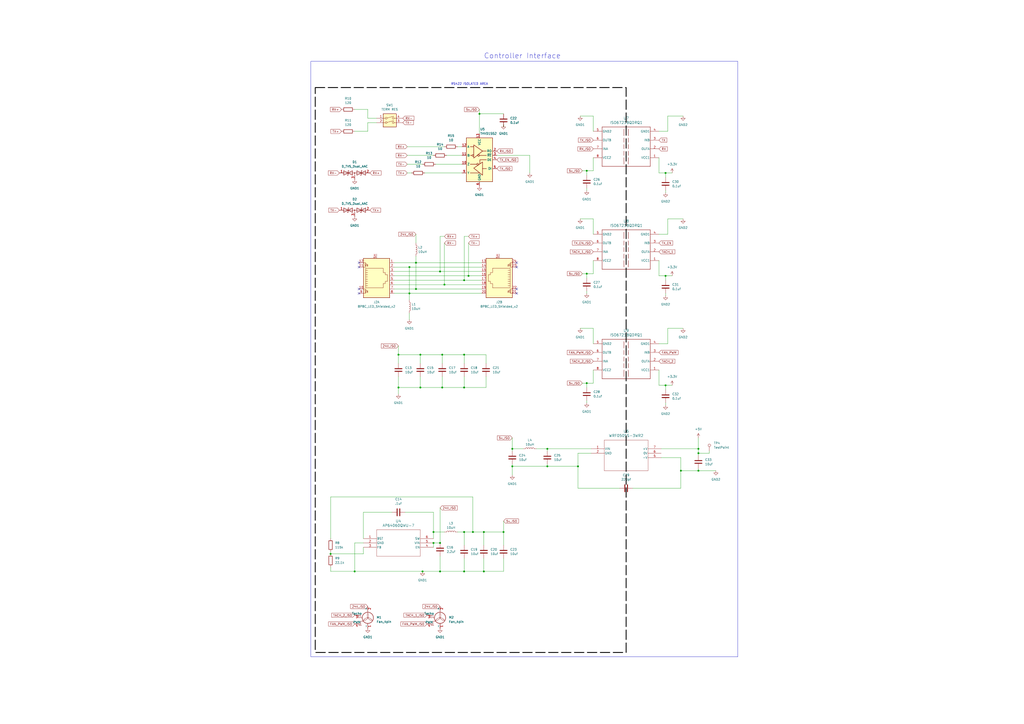
<source format=kicad_sch>
(kicad_sch (version 20231120) (generator "eeschema") (generator_version "8.0")
  (paper "A2")
  (lib_symbols
    (symbol "2023-05-31_00-34-52:ISO6721BQDRQ1" (pin_names (offset 0.254))
      (property "Reference" "U" (at 0 2.54 0))
      (property "Value" "ISO6721BQDRQ1" (at 0 0 0))
      (symbol "ISO6721BQDRQ1_0_1"
        (polyline (pts (xy 5.08 -17.78) (xy 33.02 -17.78)) (stroke (width 0.2032)))
        (polyline (pts (xy 5.08 5.08) (xy 5.08 -17.78)) (stroke (width 0.2032)))
        (polyline (pts (xy 17.78 -12.7) (xy 17.78 -16.51)) (stroke (width 0.2032)))
        (polyline (pts (xy 17.78 -8.89) (xy 17.78 -11.43)) (stroke (width 0.2032)))
        (polyline (pts (xy 17.78 -5.08) (xy 17.78 -7.62)) (stroke (width 0.2032)))
        (polyline (pts (xy 17.78 -1.27) (xy 17.78 -3.81)) (stroke (width 0.2032)))
        (polyline (pts (xy 17.78 3.81) (xy 17.78 0)) (stroke (width 0.2032)))
        (polyline (pts (xy 20.32 -12.7) (xy 20.32 -16.51)) (stroke (width 0.2032)))
        (polyline (pts (xy 20.32 -8.89) (xy 20.32 -11.43)) (stroke (width 0.2032)))
        (polyline (pts (xy 20.32 -5.08) (xy 20.32 -7.62)) (stroke (width 0.2032)))
        (polyline (pts (xy 20.32 -3.81) (xy 20.32 -1.27)) (stroke (width 0.2032)))
        (polyline (pts (xy 20.32 3.81) (xy 20.32 0)) (stroke (width 0.2032)))
        (polyline (pts (xy 33.02 -17.78) (xy 33.02 5.08)) (stroke (width 0.2032)))
        (polyline (pts (xy 33.02 5.08) (xy 5.08 5.08)) (stroke (width 0.2032)))
        (pin power_in line (at 0 0 0) (length 5.08) (name "VCC1") (number "1"))
        (pin output line (at 0 -5.08 0) (length 5.08) (name "OUTA") (number "2"))
        (pin input line (at 0 -10.16 0) (length 5.08) (name "INB") (number "3"))
        (pin power_in line (at 0 -15.24 0) (length 5.08) (name "GND1") (number "4"))
        (pin power_in line (at 38.1 -15.24 180) (length 5.08) (name "GND2") (number "5"))
        (pin output line (at 38.1 -10.16 180) (length 5.08) (name "OUTB") (number "6"))
        (pin input line (at 38.1 -5.08 180) (length 5.08) (name "INA") (number "7"))
        (pin power_in line (at 38.1 0 180) (length 5.08) (name "VCC2") (number "8"))
      )
    )
    (symbol "2023-05-31_19-45-09:AP64060QWU-7" (pin_names (offset 0.254))
      (property "Reference" "U" (at 20.32 10.16 0))
      (property "Value" "AP64060QWU-7" (at 20.32 7.62 0))
      (symbol "AP64060QWU-7_0_1"
        (polyline (pts (xy 7.62 -10.16) (xy 33.02 -10.16)) (stroke (width 0.127)))
        (polyline (pts (xy 7.62 5.08) (xy 7.62 -10.16)) (stroke (width 0.127)))
        (polyline (pts (xy 33.02 -10.16) (xy 33.02 5.08)) (stroke (width 0.127)))
        (polyline (pts (xy 33.02 5.08) (xy 7.62 5.08)) (stroke (width 0.127)))
        (pin unspecified line (at 0 0 0) (length 7.62) (name "BST") (number "1"))
        (pin power_out line (at 0 -2.54 0) (length 7.62) (name "GND") (number "2"))
        (pin unspecified line (at 0 -5.08 0) (length 7.62) (name "FB") (number "3"))
        (pin unspecified line (at 40.64 -5.08 180) (length 7.62) (name "EN") (number "4"))
        (pin unspecified line (at 40.64 -2.54 180) (length 7.62) (name "VIN") (number "5"))
        (pin unspecified line (at 40.64 0 180) (length 7.62) (name "SW") (number "6"))
      )
    )
    (symbol "Connector:8P8C_LED_Shielded_x2"
      (property "Reference" "J" (at -5.08 13.97 0))
      (property "Value" "8P8C_LED_Shielded_x2" (at 1.27 13.97 0))
      (symbol "8P8C_LED_Shielded_x2_0_1"
        (polyline (pts (xy -7.62 -7.62) (xy -6.35 -7.62)))
        (polyline (pts (xy -7.62 -5.08) (xy -6.35 -5.08)))
        (polyline (pts (xy -7.62 7.62) (xy -6.35 7.62)))
        (polyline (pts (xy -7.62 10.16) (xy -6.35 10.16)))
        (polyline (pts (xy -6.858 -5.842) (xy -5.842 -5.842)))
        (polyline (pts (xy -6.858 9.398) (xy -5.842 9.398)))
        (polyline (pts (xy -6.35 -7.62) (xy -6.35 -6.858)))
        (polyline (pts (xy -6.35 -5.08) (xy -6.35 -5.842)))
        (polyline (pts (xy -6.35 7.62) (xy -6.35 8.382)))
        (polyline (pts (xy -6.35 10.16) (xy -6.35 9.398)))
        (polyline (pts (xy -5.08 -6.223) (xy -5.207 -6.604)))
        (polyline (pts (xy -5.08 -5.588) (xy -5.207 -5.969)))
        (polyline (pts (xy -5.08 4.445) (xy -6.35 4.445)))
        (polyline (pts (xy -5.08 5.715) (xy -6.35 5.715)))
        (polyline (pts (xy -5.08 9.017) (xy -5.207 8.636)))
        (polyline (pts (xy -5.08 9.652) (xy -5.207 9.271)))
        (polyline (pts (xy -6.35 -3.175) (xy -5.08 -3.175) (xy -5.08 -3.175)))
        (polyline (pts (xy -6.35 -1.905) (xy -5.08 -1.905) (xy -5.08 -1.905)))
        (polyline (pts (xy -6.35 -0.635) (xy -5.08 -0.635) (xy -5.08 -0.635)))
        (polyline (pts (xy -6.35 0.635) (xy -5.08 0.635) (xy -5.08 0.635)))
        (polyline (pts (xy -6.35 1.905) (xy -5.08 1.905) (xy -5.08 1.905)))
        (polyline (pts (xy -5.588 -6.731) (xy -5.08 -6.223) (xy -5.461 -6.35)))
        (polyline (pts (xy -5.588 -6.096) (xy -5.08 -5.588) (xy -5.461 -5.715)))
        (polyline (pts (xy -5.588 8.509) (xy -5.08 9.017) (xy -5.461 8.89)))
        (polyline (pts (xy -5.588 9.144) (xy -5.08 9.652) (xy -5.461 9.525)))
        (polyline (pts (xy -5.08 3.175) (xy -6.35 3.175) (xy -6.35 3.175)))
        (polyline (pts (xy -6.35 -5.842) (xy -6.858 -6.858) (xy -5.842 -6.858) (xy -6.35 -5.842)))
        (polyline (pts (xy -6.35 9.398) (xy -6.858 8.382) (xy -5.842 8.382) (xy -6.35 9.398)))
        (polyline (pts (xy -6.35 -4.445) (xy -6.35 6.985) (xy 3.81 6.985) (xy 3.81 4.445) (xy 5.08 4.445) (xy 5.08 3.175) (xy 6.35 3.175) (xy 6.35 -0.635) (xy 5.08 -0.635) (xy 5.08 -1.905) (xy 3.81 -1.905) (xy 3.81 -4.445) (xy -6.35 -4.445) (xy -6.35 -4.445)))
        (rectangle (start 7.62 12.7) (end -7.62 -10.16) (stroke (width 0.254)) (fill (type background)))
      )
      (symbol "8P8C_LED_Shielded_x2_1_1"
        (pin passive line (at 10.16 -7.62 180) (length 2.54) (name "~") (number "1"))
        (pin passive line (at -10.16 7.62 0) (length 2.54) (name "~") (number "10"))
        (pin passive line (at -10.16 -5.08 0) (length 2.54) (name "~") (number "11"))
        (pin passive line (at -10.16 -7.62 0) (length 2.54) (name "~") (number "12"))
        (pin passive line (at 10.16 -5.08 180) (length 2.54) (name "~") (number "2"))
        (pin passive line (at 10.16 -2.54 180) (length 2.54) (name "~") (number "3"))
        (pin passive line (at 10.16 0 180) (length 2.54) (name "~") (number "4"))
        (pin passive line (at 10.16 2.54 180) (length 2.54) (name "~") (number "5"))
        (pin passive line (at 10.16 5.08 180) (length 2.54) (name "~") (number "6"))
        (pin passive line (at 10.16 7.62 180) (length 2.54) (name "~") (number "7"))
        (pin passive line (at 10.16 10.16 180) (length 2.54) (name "~") (number "8"))
        (pin passive line (at -10.16 10.16 0) (length 2.54) (name "~") (number "9"))
        (pin passive line (at 0 -12.7 90) (length 2.54) (name "~") (number "SH"))
      )
      (symbol "8P8C_LED_Shielded_x2_2_1"
        (pin passive line (at 10.16 -7.62 180) (length 2.54) (name "~") (number "13"))
        (pin passive line (at 10.16 -5.08 180) (length 2.54) (name "~") (number "14"))
        (pin passive line (at 10.16 -2.54 180) (length 2.54) (name "~") (number "15"))
        (pin passive line (at 10.16 0 180) (length 2.54) (name "~") (number "16"))
        (pin passive line (at 10.16 2.54 180) (length 2.54) (name "~") (number "17"))
        (pin passive line (at 10.16 5.08 180) (length 2.54) (name "~") (number "18"))
        (pin passive line (at 10.16 7.62 180) (length 2.54) (name "~") (number "19"))
        (pin passive line (at 10.16 10.16 180) (length 2.54) (name "~") (number "20"))
        (pin passive line (at -10.16 10.16 0) (length 2.54) (name "~") (number "21"))
        (pin passive line (at -10.16 7.62 0) (length 2.54) (name "~") (number "22"))
        (pin passive line (at -10.16 -5.08 0) (length 2.54) (name "~") (number "23"))
        (pin passive line (at -10.16 -7.62 0) (length 2.54) (name "~") (number "24"))
        (pin passive line (at 0 -12.7 90) (length 2.54) (name "~") (number "SH"))
      )
    )
    (symbol "Connector:TestPoint" (pin_numbers hide) (pin_names (offset 0.762) hide)
      (property "Reference" "TP" (at 0 6.858 0))
      (property "Value" "TestPoint" (at 0 5.08 0))
      (symbol "TestPoint_0_1"
        (circle (center 0 3.302) (radius 0.762))
      )
      (symbol "TestPoint_1_1"
        (pin passive line (at 0 0 90) (length 2.54) (name "1") (number "1"))
      )
    )
    (symbol "Device:C" (pin_numbers hide) (pin_names (offset 0.254))
      (property "Reference" "C" (at 0.635 2.54 0))
      (property "Value" "C" (at 0.635 -2.54 0))
      (symbol "C_0_1"
        (polyline (pts (xy -2.032 -0.762) (xy 2.032 -0.762)) (stroke (width 0.508)))
        (polyline (pts (xy -2.032 0.762) (xy 2.032 0.762)) (stroke (width 0.508)))
      )
      (symbol "C_1_1"
        (pin passive line (at 0 3.81 270) (length 2.794) (name "~") (number "1"))
        (pin passive line (at 0 -3.81 90) (length 2.794) (name "~") (number "2"))
      )
    )
    (symbol "Device:D_TVS_Dual_AAC" (pin_names (offset 1.016) hide)
      (property "Reference" "D" (at 0 4.445 0))
      (property "Value" "D_TVS_Dual_AAC" (at 0 2.54 0))
      (symbol "D_TVS_Dual_AAC_0_0"
        (polyline (pts (xy 0 -1.27) (xy 0 0)))
      )
      (symbol "D_TVS_Dual_AAC_0_1"
        (polyline (pts (xy -6.35 0) (xy 6.35 0)))
        (polyline (pts (xy -3.302 1.27) (xy -3.81 1.27) (xy -3.81 -1.27) (xy -4.318 -1.27)) (stroke (width 0.254)))
        (polyline (pts (xy 4.318 1.27) (xy 3.81 1.27) (xy 3.81 -1.27) (xy 3.302 -1.27)) (stroke (width 0.254)))
        (polyline (pts (xy -6.35 1.27) (xy -1.27 -1.27) (xy -1.27 1.27) (xy -6.35 -1.27) (xy -6.35 1.27)) (stroke (width 0.254)))
        (polyline (pts (xy 6.35 1.27) (xy 1.27 -1.27) (xy 1.27 1.27) (xy 6.35 -1.27) (xy 6.35 1.27)) (stroke (width 0.254)))
        (circle (center 0 0) (radius 0.254) (fill (type outline)))
      )
      (symbol "D_TVS_Dual_AAC_1_1"
        (pin passive line (at -8.89 0 0) (length 2.54) (name "A1") (number "1"))
        (pin passive line (at 8.89 0 180) (length 2.54) (name "A2") (number "2"))
        (pin input line (at 0 -3.81 90) (length 2.54) (name "common") (number "3"))
      )
    )
    (symbol "Device:L" (pin_numbers hide) (pin_names (offset 1.016) hide)
      (property "Reference" "L" (at -1.27 0 90))
      (property "Value" "L" (at 1.905 0 90))
      (symbol "L_0_1"
        (arc (start 0 -2.54) (mid 0.6323 -1.905) (end 0 -1.27))
        (arc (start 0 -1.27) (mid 0.6323 -0.635) (end 0 0))
        (arc (start 0 0) (mid 0.6323 0.635) (end 0 1.27))
        (arc (start 0 1.27) (mid 0.6323 1.905) (end 0 2.54))
      )
      (symbol "L_1_1"
        (pin passive line (at 0 3.81 270) (length 1.27) (name "1") (number "1"))
        (pin passive line (at 0 -3.81 90) (length 1.27) (name "2") (number "2"))
      )
    )
    (symbol "Device:R" (pin_numbers hide) (pin_names (offset 0))
      (property "Reference" "R" (at 2.032 0 90))
      (property "Value" "R" (at 0 0 90))
      (symbol "R_0_1"
        (rectangle (start -1.016 -2.54) (end 1.016 2.54) (stroke (width 0.254)))
      )
      (symbol "R_1_1"
        (pin passive line (at 0 3.81 270) (length 1.27) (name "~") (number "1"))
        (pin passive line (at 0 -3.81 90) (length 1.27) (name "~") (number "2"))
      )
    )
    (symbol "F0505S DC-DC:F0505S" (pin_names (offset 0.254))
      (property "Reference" "U7" (at 20.32 10.16 0))
      (property "Value" "WRF0505S-3WR2" (at 20.32 7.62 0))
      (symbol "F0505S_0_1"
        (polyline (pts (xy 7.62 -12.7) (xy 33.02 -12.7)) (stroke (width 0.127)))
        (polyline (pts (xy 7.62 5.08) (xy 7.62 -12.7)) (stroke (width 0.127)))
        (polyline (pts (xy 33.02 -12.7) (xy 33.02 5.08)) (stroke (width 0.127)))
        (polyline (pts (xy 33.02 5.08) (xy 7.62 5.08)) (stroke (width 0.127)))
      )
      (symbol "F0505S_1_1"
        (pin power_in line (at 0 0 0) (length 7.62) (name "VIN") (number "1"))
        (pin power_in line (at 0 -2.54 0) (length 7.62) (name "GND") (number "2"))
        (pin power_out line (at 40.64 -5.08 180) (length 7.62) (name "-V") (number "5"))
        (pin power_out line (at 40.64 -2.54 180) (length 7.62) (name "0V") (number "6"))
        (pin power_out line (at 40.64 0 180) (length 7.62) (name "+V") (number "7"))
      )
    )
    (symbol "Interface_UART:ADM1491EBR"
      (property "Reference" "U" (at -7.62 16.51 0))
      (property "Value" "ADM1491EBR" (at -11.43 -13.97 0))
      (symbol "ADM1491EBR_0_1"
        (rectangle (start -7.62 12.7) (end 7.62 -12.7) (stroke (width 0.254)) (fill (type background)))
        (polyline (pts (xy -4.064 2.54) (xy 0 2.54)) (stroke (width 0.254)))
        (polyline (pts (xy -1.778 -5.08) (xy -4.064 -5.08)) (stroke (width 0.254)))
        (polyline (pts (xy -1.778 5.08) (xy -4.064 5.08)) (stroke (width 0.254)))
        (polyline (pts (xy 0 -7.62) (xy 5.334 -7.62)) (stroke (width 0.254)))
        (polyline (pts (xy 1.524 -2.54) (xy 5.334 -2.54)) (stroke (width 0.254)))
        (polyline (pts (xy 3.302 7.62) (xy 5.334 7.62)) (stroke (width 0.254)))
        (polyline (pts (xy 4.318 2.54) (xy 5.334 2.54)) (stroke (width 0.254)))
        (polyline (pts (xy -4.064 0) (xy -0.254 0) (xy -0.254 -2.286)) (stroke (width 0.254)))
        (polyline (pts (xy -1.778 -5.08) (xy -1.778 -1.27) (xy 3.302 -4.826) (xy -1.778 -8.89) (xy -1.778 -5.08)) (stroke (width 0.254)))
        (circle (center 1.016 -2.54) (radius 0.508) (stroke (width 0.254)))
      )
      (symbol "ADM1491EBR_1_1"
        (polyline (pts (xy 3.302 4.826) (xy 3.302 8.636) (xy -1.778 5.08) (xy 3.302 1.016) (xy 3.302 4.826)) (stroke (width 0.254)))
        (circle (center 0.508 2.54) (radius 0.508) (stroke (width 0.254)))
        (circle (center 3.81 2.54) (radius 0.508) (stroke (width 0.254)))
        (pin no_connect line (at -7.62 -10.16 0) (length 2.54) hide (name "NC") (number "1"))
        (pin output line (at 10.16 -2.54 180) (length 2.54) (name "Z") (number "10"))
        (pin input line (at 10.16 2.54 180) (length 2.54) (name "B") (number "11"))
        (pin input line (at 10.16 7.62 180) (length 2.54) (name "A") (number "12"))
        (pin power_in line (at 0 15.24 270) (length 2.54) (name "VCC") (number "13"))
        (pin passive line (at 0 15.24 270) (length 2.54) hide (name "VCC") (number "14"))
        (pin output line (at -10.16 5.08 0) (length 2.54) (name "RO") (number "2"))
        (pin input line (at -10.16 2.54 0) (length 2.54) (name "~{RE}") (number "3"))
        (pin input line (at -10.16 0 0) (length 2.54) (name "DE") (number "4"))
        (pin input line (at -10.16 -5.08 0) (length 2.54) (name "DI") (number "5"))
        (pin power_in line (at 0 -15.24 90) (length 2.54) (name "GND") (number "6"))
        (pin passive line (at 0 -15.24 90) (length 2.54) hide (name "GND") (number "7"))
        (pin no_connect line (at -7.62 -7.62 0) (length 2.54) hide (name "NC") (number "8"))
        (pin output line (at 10.16 -7.62 180) (length 2.54) (name "Y") (number "9"))
      )
    )
    (symbol "Motor:Fan_4pin" (pin_names (offset 0))
      (property "Reference" "M" (at 2.54 5.08 0))
      (property "Value" "Fan_4pin" (at 2.54 -2.54 0))
      (symbol "Fan_4pin_0_0"
        (arc (start -5.588 1.524) (mid -5.08 1.0182) (end -4.572 1.524))
        (arc (start -5.08 2.032) (mid -5.4392 1.8832) (end -5.588 1.524))
        (polyline (pts (xy -5.08 2.032) (xy -5.334 2.159)))
        (polyline (pts (xy -5.08 2.032) (xy -5.207 1.778)))
        (polyline (pts (xy -4.064 2.54) (xy -4.064 1.016) (xy -3.302 1.016)))
      )
      (symbol "Fan_4pin_0_1"
        (arc (start -2.54 -0.508) (mid 0.0028 0.9121) (end 0 3.81))
        (polyline (pts (xy -4.064 2.54) (xy -5.08 2.54)))
        (polyline (pts (xy 0 -5.08) (xy 0 -4.572)))
        (polyline (pts (xy 0 -2.2352) (xy 0 -2.6416)))
        (polyline (pts (xy 0 4.2672) (xy 0 4.6228)))
        (polyline (pts (xy 0 4.572) (xy 0 5.08)))
        (polyline (pts (xy -2.54 -1.016) (xy -4.064 -1.016) (xy -4.064 -2.54) (xy -5.08 -2.54)))
        (polyline (pts (xy -5.334 -3.302) (xy -5.08 -3.302) (xy -5.08 -3.048) (xy -4.826 -3.048) (xy -4.826 -3.302) (xy -4.318 -3.302) (xy -4.318 -3.048) (xy -4.064 -3.048) (xy -4.064 -3.302) (xy -3.556 -3.302)))
        (circle (center 0 1.016) (radius 3.2512) (stroke (width 0.254)))
        (arc (start 0 3.81) (mid 0.053 0.921) (end 2.54 -0.508))
        (arc (start 2.54 -0.508) (mid 0 1.0618) (end -2.54 -0.508))
      )
      (symbol "Fan_4pin_1_1"
        (pin passive line (at 0 -5.08 90) (length 2.54) (name "-") (number "1"))
        (pin passive line (at 0 7.62 270) (length 2.54) (name "+") (number "2"))
        (pin passive line (at -7.62 2.54 0) (length 2.54) (name "Tacho") (number "3"))
        (pin input line (at -7.62 -2.54 0) (length 2.54) (name "PWM") (number "4"))
      )
    )
    (symbol "Switch:SW_DIP_x02" (pin_names (offset 0) hide)
      (property "Reference" "SW" (at 0 6.35 0))
      (property "Value" "SW_DIP_x02" (at 0 -3.81 0))
      (symbol "SW_DIP_x02_0_0"
        (circle (center -2.032 0) (radius 0.508))
        (circle (center -2.032 2.54) (radius 0.508))
        (polyline (pts (xy -1.524 0.127) (xy 2.3622 1.1684)))
        (polyline (pts (xy -1.524 2.667) (xy 2.3622 3.7084)))
        (circle (center 2.032 0) (radius 0.508))
        (circle (center 2.032 2.54) (radius 0.508))
      )
      (symbol "SW_DIP_x02_0_1"
        (rectangle (start -3.81 5.08) (end 3.81 -2.54) (stroke (width 0.254)) (fill (type background)))
      )
      (symbol "SW_DIP_x02_1_1"
        (pin passive line (at -7.62 2.54 0) (length 5.08) (name "~") (number "1"))
        (pin passive line (at -7.62 0 0) (length 5.08) (name "~") (number "2"))
        (pin passive line (at 7.62 0 180) (length 5.08) (name "~") (number "3"))
        (pin passive line (at 7.62 2.54 180) (length 5.08) (name "~") (number "4"))
      )
    )
    (symbol "power:+3.3V" (power) (pin_names (offset 0))
      (property "Value" "+3.3V" (at 0 3.556 0))
      (symbol "+3.3V_0_1"
        (polyline (pts (xy -0.762 1.27) (xy 0 2.54)))
        (polyline (pts (xy 0 0) (xy 0 2.54)))
        (polyline (pts (xy 0 2.54) (xy 0.762 1.27)))
      )
      (symbol "+3.3V_1_1"
        (pin power_in line (at 0 0 90) (length 0) hide (name "+3.3V") (number "1"))
      )
    )
    (symbol "power:+5V" (power) (pin_names (offset 0))
      (property "Value" "+5V" (at 0 3.556 0))
      (symbol "+5V_0_1"
        (polyline (pts (xy -0.762 1.27) (xy 0 2.54)))
        (polyline (pts (xy 0 0) (xy 0 2.54)))
        (polyline (pts (xy 0 2.54) (xy 0.762 1.27)))
      )
      (symbol "+5V_1_1"
        (pin power_in line (at 0 0 90) (length 0) hide (name "+5V") (number "1"))
      )
    )
    (symbol "power:GND1" (power) (pin_names (offset 0))
      (property "Value" "GND1" (at 0 -3.81 0))
      (symbol "GND1_0_1"
        (polyline (pts (xy 0 0) (xy 0 -1.27) (xy 1.27 -1.27) (xy 0 -2.54) (xy -1.27 -1.27) (xy 0 -1.27)))
      )
      (symbol "GND1_1_1"
        (pin power_in line (at 0 0 270) (length 0) hide (name "GND1") (number "1"))
      )
    )
    (symbol "power:GND2" (power) (pin_names (offset 0))
      (property "Value" "GND2" (at 0 -3.81 0))
      (symbol "GND2_0_1"
        (polyline (pts (xy 0 0) (xy 0 -1.27) (xy 1.27 -1.27) (xy 0 -2.54) (xy -1.27 -1.27) (xy 0 -1.27)))
      )
      (symbol "GND2_1_1"
        (pin power_in line (at 0 0 270) (length 0) hide (name "GND2") (number "1"))
      )
    )
  )
  (junction (at 231.14 224.79))
  (junction (at 335.28 270.51))
  (junction (at 256.54 205.74))
  (junction (at 269.24 308.61))
  (junction (at 386.08 160.02))
  (junction (at 405.13 273.05))
  (junction (at 257.81 165.1))
  (junction (at 255.27 314.96))
  (junction (at 405.13 262.89))
  (junction (at 237.49 170.18))
  (junction (at 241.3 167.64))
  (junction (at 405.13 260.35))
  (junction (at 297.18 270.51))
  (junction (at 271.78 160.02))
  (junction (at 317.5 270.51))
  (junction (at 251.46 308.61))
  (junction (at 269.24 162.56))
  (junction (at 255.27 331.47))
  (junction (at 292.1 308.61))
  (junction (at 269.24 224.79))
  (junction (at 274.32 308.61))
  (junction (at 280.67 331.47))
  (junction (at 340.36 222.25))
  (junction (at 386.08 100.33))
  (junction (at 256.54 224.79))
  (junction (at 231.14 205.74))
  (junction (at 394.97 273.05))
  (junction (at 269.24 205.74))
  (junction (at 317.5 260.35))
  (junction (at 340.36 99.06))
  (junction (at 251.46 314.96))
  (junction (at 241.3 152.4))
  (junction (at 386.08 223.52))
  (junction (at 245.11 331.47))
  (junction (at 243.84 205.74))
  (junction (at 340.36 158.75))
  (junction (at 255.27 157.48))
  (junction (at 269.24 331.47))
  (junction (at 237.49 154.94))
  (junction (at 280.67 308.61))
  (junction (at 191.77 321.31))
  (junction (at 297.18 260.35))
  (junction (at 278.13 66.04))
  (junction (at 243.84 224.79))
  (junction (at 205.74 331.47))
  (no_connect (at 208.28 152.4))
  (no_connect (at 299.72 152.4))
  (no_connect (at 299.72 167.64))
  (no_connect (at 208.28 170.18))
  (no_connect (at 299.72 154.94))
  (no_connect (at 299.72 170.18))
  (no_connect (at 208.28 154.94))
  (no_connect (at 208.28 167.64))
  (wire (pts (xy 386.08 110.49) (xy 386.08 111.76)))
  (wire (pts (xy 394.97 283.21) (xy 394.97 273.05)))
  (wire (pts (xy 274.32 288.29) (xy 274.32 308.61)))
  (wire (pts (xy 389.89 100.33) (xy 386.08 100.33)))
  (wire (pts (xy 280.67 308.61) (xy 280.67 316.23)))
  (wire (pts (xy 387.35 76.2) (xy 387.35 67.31)))
  (wire (pts (xy 317.5 260.35) (xy 342.9 260.35)))
  (wire (pts (xy 237.49 170.18) (xy 237.49 173.99)))
  (wire (pts (xy 267.97 85.09) (xy 265.43 85.09)))
  (wire (pts (xy 231.14 218.44) (xy 231.14 224.79)))
  (wire (pts (xy 386.08 233.68) (xy 386.08 234.95)))
  (wire (pts (xy 241.3 148.59) (xy 241.3 152.4)))
  (wire (pts (xy 267.97 95.25) (xy 252.73 95.25)))
  (wire (pts (xy 292.1 72.39) (xy 292.1 73.66)))
  (wire (pts (xy 205.74 63.5) (xy 213.36 63.5)))
  (wire (pts (xy 383.54 260.35) (xy 405.13 260.35)))
  (wire (pts (xy 251.46 297.18) (xy 234.95 297.18)))
  (wire (pts (xy 297.18 270.51) (xy 317.5 270.51)))
  (wire (pts (xy 382.27 223.52) (xy 382.27 214.63)))
  (wire (pts (xy 344.17 222.25) (xy 340.36 222.25)))
  (wire (pts (xy 405.13 262.89) (xy 405.13 264.16)))
  (wire (pts (xy 231.14 228.6) (xy 231.14 224.79)))
  (wire (pts (xy 344.17 127) (xy 344.17 135.89)))
  (wire (pts (xy 255.27 322.58) (xy 255.27 331.47)))
  (wire (pts (xy 292.1 302.26) (xy 292.1 308.61)))
  (wire (pts (xy 344.17 99.06) (xy 340.36 99.06)))
  (wire (pts (xy 228.6 157.48) (xy 255.27 157.48)))
  (wire (pts (xy 386.08 160.02) (xy 382.27 160.02)))
  (wire (pts (xy 243.84 218.44) (xy 243.84 224.79)))
  (wire (pts (xy 340.36 168.91) (xy 340.36 170.18)))
  (wire (pts (xy 411.48 262.89) (xy 405.13 262.89)))
  (wire (pts (xy 297.18 260.35) (xy 303.53 260.35)))
  (wire (pts (xy 228.6 154.94) (xy 237.49 154.94)))
  (wire (pts (xy 231.14 210.82) (xy 231.14 205.74)))
  (wire (pts (xy 205.74 314.96) (xy 205.74 331.47)))
  (wire (pts (xy 243.84 205.74) (xy 243.84 210.82)))
  (wire (pts (xy 307.34 100.33) (xy 307.34 90.17)))
  (wire (pts (xy 387.35 190.5) (xy 396.24 190.5)))
  (wire (pts (xy 191.77 331.47) (xy 205.74 331.47)))
  (wire (pts (xy 386.08 100.33) (xy 386.08 102.87)))
  (wire (pts (xy 236.22 95.25) (xy 245.11 95.25)))
  (wire (pts (xy 205.74 76.2) (xy 213.36 76.2)))
  (wire (pts (xy 191.77 312.42) (xy 191.77 288.29)))
  (wire (pts (xy 269.24 224.79) (xy 256.54 224.79)))
  (wire (pts (xy 213.36 71.12) (xy 218.44 71.12)))
  (wire (pts (xy 382.27 76.2) (xy 387.35 76.2)))
  (wire (pts (xy 256.54 205.74) (xy 256.54 210.82)))
  (wire (pts (xy 271.78 140.97) (xy 271.78 160.02)))
  (wire (pts (xy 411.48 261.62) (xy 411.48 262.89)))
  (wire (pts (xy 335.28 262.89) (xy 335.28 270.51)))
  (wire (pts (xy 269.24 308.61) (xy 269.24 316.23)))
  (wire (pts (xy 359.41 283.21) (xy 335.28 283.21)))
  (wire (pts (xy 269.24 205.74) (xy 269.24 210.82)))
  (wire (pts (xy 256.54 224.79) (xy 256.54 218.44)))
  (wire (pts (xy 307.34 90.17) (xy 288.29 90.17)))
  (wire (pts (xy 340.36 222.25) (xy 337.82 222.25)))
  (wire (pts (xy 382.27 160.02) (xy 382.27 151.13)))
  (wire (pts (xy 241.3 152.4) (xy 241.3 167.64)))
  (wire (pts (xy 405.13 254) (xy 405.13 260.35)))
  (wire (pts (xy 281.94 210.82) (xy 281.94 205.74)))
  (wire (pts (xy 251.46 308.61) (xy 251.46 297.18)))
  (wire (pts (xy 394.97 265.43) (xy 394.97 273.05)))
  (wire (pts (xy 191.77 320.04) (xy 191.77 321.31)))
  (wire (pts (xy 297.18 275.59) (xy 297.18 270.51)))
  (wire (pts (xy 205.74 331.47) (xy 245.11 331.47)))
  (wire (pts (xy 257.81 140.97) (xy 257.81 165.1)))
  (wire (pts (xy 274.32 308.61) (xy 280.67 308.61)))
  (wire (pts (xy 191.77 288.29) (xy 274.32 288.29)))
  (wire (pts (xy 243.84 224.79) (xy 256.54 224.79)))
  (wire (pts (xy 265.43 308.61) (xy 269.24 308.61)))
  (wire (pts (xy 387.35 199.39) (xy 387.35 190.5)))
  (wire (pts (xy 269.24 205.74) (xy 256.54 205.74)))
  (wire (pts (xy 336.55 190.5) (xy 344.17 190.5)))
  (wire (pts (xy 405.13 273.05) (xy 415.29 273.05)))
  (wire (pts (xy 344.17 158.75) (xy 340.36 158.75)))
  (wire (pts (xy 237.49 154.94) (xy 279.4 154.94)))
  (wire (pts (xy 387.35 127) (xy 396.24 127)))
  (wire (pts (xy 292.1 308.61) (xy 280.67 308.61)))
  (wire (pts (xy 336.55 67.31) (xy 344.17 67.31)))
  (wire (pts (xy 251.46 308.61) (xy 257.81 308.61)))
  (wire (pts (xy 269.24 137.16) (xy 269.24 162.56)))
  (wire (pts (xy 269.24 162.56) (xy 279.4 162.56)))
  (wire (pts (xy 386.08 223.52) (xy 382.27 223.52)))
  (wire (pts (xy 231.14 200.66) (xy 231.14 205.74)))
  (wire (pts (xy 257.81 165.1) (xy 279.4 165.1)))
  (wire (pts (xy 292.1 323.85) (xy 292.1 331.47)))
  (wire (pts (xy 387.35 135.89) (xy 387.35 127)))
  (wire (pts (xy 340.36 99.06) (xy 337.82 99.06)))
  (wire (pts (xy 317.5 270.51) (xy 335.28 270.51)))
  (wire (pts (xy 271.78 137.16) (xy 269.24 137.16)))
  (wire (pts (xy 269.24 308.61) (xy 274.32 308.61)))
  (wire (pts (xy 317.5 269.24) (xy 317.5 270.51)))
  (wire (pts (xy 228.6 162.56) (xy 269.24 162.56)))
  (wire (pts (xy 255.27 294.64) (xy 255.27 314.96)))
  (wire (pts (xy 228.6 170.18) (xy 237.49 170.18)))
  (wire (pts (xy 228.6 165.1) (xy 257.81 165.1)))
  (wire (pts (xy 405.13 271.78) (xy 405.13 273.05)))
  (wire (pts (xy 311.15 260.35) (xy 317.5 260.35)))
  (wire (pts (xy 228.6 167.64) (xy 241.3 167.64)))
  (wire (pts (xy 340.36 222.25) (xy 340.36 224.79)))
  (wire (pts (xy 281.94 218.44) (xy 281.94 224.79)))
  (wire (pts (xy 237.49 170.18) (xy 279.4 170.18)))
  (wire (pts (xy 382.27 199.39) (xy 387.35 199.39)))
  (wire (pts (xy 389.89 223.52) (xy 386.08 223.52)))
  (wire (pts (xy 228.6 152.4) (xy 241.3 152.4)))
  (wire (pts (xy 386.08 100.33) (xy 382.27 100.33)))
  (wire (pts (xy 269.24 218.44) (xy 269.24 224.79)))
  (wire (pts (xy 243.84 205.74) (xy 256.54 205.74)))
  (wire (pts (xy 267.97 100.33) (xy 246.38 100.33)))
  (wire (pts (xy 340.36 109.22) (xy 340.36 110.49)))
  (wire (pts (xy 210.82 317.5) (xy 210.82 321.31)))
  (wire (pts (xy 257.81 137.16) (xy 255.27 137.16)))
  (wire (pts (xy 213.36 76.2) (xy 213.36 71.12)))
  (wire (pts (xy 386.08 223.52) (xy 386.08 226.06)))
  (wire (pts (xy 210.82 312.42) (xy 210.82 297.18)))
  (wire (pts (xy 213.36 63.5) (xy 213.36 68.58)))
  (wire (pts (xy 340.36 99.06) (xy 340.36 101.6)))
  (wire (pts (xy 297.18 260.35) (xy 297.18 261.62)))
  (wire (pts (xy 278.13 63.5) (xy 278.13 66.04)))
  (wire (pts (xy 191.77 328.93) (xy 191.77 331.47)))
  (wire (pts (xy 335.28 262.89) (xy 342.9 262.89)))
  (wire (pts (xy 271.78 160.02) (xy 279.4 160.02)))
  (wire (pts (xy 335.28 283.21) (xy 335.28 270.51)))
  (wire (pts (xy 297.18 269.24) (xy 297.18 270.51)))
  (wire (pts (xy 344.17 151.13) (xy 344.17 158.75)))
  (wire (pts (xy 269.24 323.85) (xy 269.24 331.47)))
  (wire (pts (xy 231.14 205.74) (xy 243.84 205.74)))
  (wire (pts (xy 292.1 66.04) (xy 278.13 66.04)))
  (wire (pts (xy 251.46 314.96) (xy 255.27 314.96)))
  (wire (pts (xy 344.17 214.63) (xy 344.17 222.25)))
  (wire (pts (xy 251.46 312.42) (xy 251.46 308.61)))
  (wire (pts (xy 255.27 331.47) (xy 269.24 331.47)))
  (wire (pts (xy 382.27 100.33) (xy 382.27 91.44)))
  (wire (pts (xy 267.97 90.17) (xy 259.08 90.17)))
  (wire (pts (xy 210.82 321.31) (xy 191.77 321.31)))
  (wire (pts (xy 344.17 91.44) (xy 344.17 99.06)))
  (wire (pts (xy 236.22 100.33) (xy 238.76 100.33)))
  (wire (pts (xy 241.3 152.4) (xy 279.4 152.4)))
  (wire (pts (xy 386.08 160.02) (xy 386.08 162.56)))
  (wire (pts (xy 297.18 260.35) (xy 297.18 254)))
  (wire (pts (xy 280.67 323.85) (xy 280.67 331.47)))
  (wire (pts (xy 317.5 260.35) (xy 317.5 261.62)))
  (wire (pts (xy 210.82 297.18) (xy 227.33 297.18)))
  (wire (pts (xy 387.35 67.31) (xy 396.24 67.31)))
  (wire (pts (xy 237.49 154.94) (xy 237.49 170.18)))
  (wire (pts (xy 382.27 135.89) (xy 387.35 135.89)))
  (wire (pts (xy 389.89 160.02) (xy 386.08 160.02)))
  (wire (pts (xy 394.97 265.43) (xy 383.54 265.43)))
  (wire (pts (xy 281.94 224.79) (xy 269.24 224.79)))
  (wire (pts (xy 231.14 224.79) (xy 243.84 224.79)))
  (wire (pts (xy 251.46 314.96) (xy 251.46 317.5)))
  (wire (pts (xy 241.3 167.64) (xy 279.4 167.64)))
  (wire (pts (xy 344.17 67.31) (xy 344.17 76.2)))
  (wire (pts (xy 336.55 127) (xy 344.17 127)))
  (wire (pts (xy 236.22 85.09) (xy 257.81 85.09)))
  (wire (pts (xy 269.24 331.47) (xy 280.67 331.47)))
  (wire (pts (xy 292.1 308.61) (xy 292.1 316.23)))
  (wire (pts (xy 213.36 68.58) (xy 218.44 68.58)))
  (wire (pts (xy 228.6 160.02) (xy 271.78 160.02)))
  (wire (pts (xy 386.08 170.18) (xy 386.08 171.45)))
  (wire (pts (xy 292.1 331.47) (xy 280.67 331.47)))
  (wire (pts (xy 344.17 190.5) (xy 344.17 199.39)))
  (wire (pts (xy 245.11 331.47) (xy 255.27 331.47)))
  (wire (pts (xy 237.49 181.61) (xy 237.49 185.42)))
  (wire (pts (xy 255.27 137.16) (xy 255.27 157.48)))
  (wire (pts (xy 281.94 205.74) (xy 269.24 205.74)))
  (wire (pts (xy 405.13 260.35) (xy 405.13 262.89)))
  (wire (pts (xy 340.36 158.75) (xy 340.36 161.29)))
  (wire (pts (xy 255.27 157.48) (xy 279.4 157.48)))
  (wire (pts (xy 367.03 283.21) (xy 394.97 283.21)))
  (wire (pts (xy 241.3 135.89) (xy 241.3 140.97)))
  (wire (pts (xy 278.13 66.04) (xy 278.13 77.47)))
  (wire (pts (xy 236.22 90.17) (xy 251.46 90.17)))
  (wire (pts (xy 340.36 232.41) (xy 340.36 233.68)))
  (wire (pts (xy 394.97 273.05) (xy 405.13 273.05)))
  (wire (pts (xy 210.82 314.96) (xy 205.74 314.96)))
  (wire (pts (xy 340.36 158.75) (xy 337.82 158.75)))
  (rectangle (start 182.88 50.8) (end 363.22 378.46) (stroke (width 0.5) (type dash) (color 0 0 0 0.14)))
  (rectangle (start 180.34 35.56) (end 427.99 381))
  (text "RS422 ISOLATED AREA" (at 261.62 49.53 0) (effects (font (size 1.27 1.27)) (justify left bottom)))
  (text "Controller Interface" (at 280.67 34.29 0) (effects (font (size 3 3)) (justify left bottom)))
  (global_label "5v_ISO" (shape input) (at 278.13 63.5 180) (property "Intersheetrefs" "${INTERSHEET_REFS}" (effects (hide yes))))
  (global_label "5v_ISO" (shape input) (at 337.82 158.75 180) (property "Intersheetrefs" "${INTERSHEET_REFS}" (effects (hide yes))))
  (global_label "TX+" (shape input) (at 236.22 100.33 180) (property "Intersheetrefs" "${INTERSHEET_REFS}" (effects (hide yes))))
  (global_label "TX-" (shape input) (at 196.85 121.92 180) (property "Intersheetrefs" "${INTERSHEET_REFS}" (effects (hide yes))))
  (global_label "RX-" (shape input) (at 236.22 90.17 180) (property "Intersheetrefs" "${INTERSHEET_REFS}" (effects (hide yes))))
  (global_label "24V_ISO" (shape input) (at 255.27 351.79 180) (property "Intersheetrefs" "${INTERSHEET_REFS}" (effects (hide yes))))
  (global_label "TX_ISO" (shape input) (at 344.17 81.28 180) (property "Intersheetrefs" "${INTERSHEET_REFS}" (effects (hide yes))))
  (global_label "RX+" (shape input) (at 214.63 100.33 0) (property "Intersheetrefs" "${INTERSHEET_REFS}" (effects (hide yes))))
  (global_label "TACH_2_ISO" (shape input) (at 205.74 356.87 180) (property "Intersheetrefs" "${INTERSHEET_REFS}" (effects (hide yes))))
  (global_label "RX-" (shape input) (at 257.81 140.97 0) (property "Intersheetrefs" "${INTERSHEET_REFS}" (effects (hide yes))))
  (global_label "TX_EN_ISO" (shape input) (at 344.17 140.97 180) (property "Intersheetrefs" "${INTERSHEET_REFS}" (effects (hide yes))))
  (global_label "24V_ISO" (shape input) (at 255.27 294.64 0) (property "Intersheetrefs" "${INTERSHEET_REFS}" (effects (hide yes))))
  (global_label "5v_ISO" (shape input) (at 337.82 222.25 180) (property "Intersheetrefs" "${INTERSHEET_REFS}" (effects (hide yes))))
  (global_label "24V_ISO" (shape input) (at 213.36 351.79 180) (property "Intersheetrefs" "${INTERSHEET_REFS}" (effects (hide yes))))
  (global_label "FAN_PWM_ISO" (shape input) (at 205.74 361.95 180) (property "Intersheetrefs" "${INTERSHEET_REFS}" (effects (hide yes))))
  (global_label "5v_ISO" (shape input) (at 337.82 99.06 180) (property "Intersheetrefs" "${INTERSHEET_REFS}" (effects (hide yes))))
  (global_label "RX-" (shape input) (at 196.85 100.33 180) (property "Intersheetrefs" "${INTERSHEET_REFS}" (effects (hide yes))))
  (global_label "TX" (shape input) (at 382.27 81.28 0) (property "Intersheetrefs" "${INTERSHEET_REFS}" (effects (hide yes))))
  (global_label "5v_ISO" (shape input) (at 297.18 254 180) (property "Intersheetrefs" "${INTERSHEET_REFS}" (effects (hide yes))))
  (global_label "TX+" (shape input) (at 214.63 121.92 0) (property "Intersheetrefs" "${INTERSHEET_REFS}" (effects (hide yes))))
  (global_label "TX+" (shape input) (at 198.12 76.2 180) (property "Intersheetrefs" "${INTERSHEET_REFS}" (effects (hide yes))))
  (global_label "RX_ISO" (shape input) (at 344.17 86.36 180) (property "Intersheetrefs" "${INTERSHEET_REFS}" (effects (hide yes))))
  (global_label "TACH_1_ISO" (shape input) (at 247.65 356.87 180) (property "Intersheetrefs" "${INTERSHEET_REFS}" (effects (hide yes))))
  (global_label "TX-" (shape input) (at 271.78 140.97 0) (property "Intersheetrefs" "${INTERSHEET_REFS}" (effects (hide yes))))
  (global_label "TACH_1" (shape input) (at 382.27 146.05 0) (property "Intersheetrefs" "${INTERSHEET_REFS}" (effects (hide yes))))
  (global_label "RX_ISO" (shape input) (at 288.29 87.63 0) (property "Intersheetrefs" "${INTERSHEET_REFS}" (effects (hide yes))))
  (global_label "TACH_2_ISO" (shape input) (at 344.17 209.55 180) (property "Intersheetrefs" "${INTERSHEET_REFS}" (effects (hide yes))))
  (global_label "RX+" (shape input) (at 236.22 85.09 180) (property "Intersheetrefs" "${INTERSHEET_REFS}" (effects (hide yes))))
  (global_label "TX_EN" (shape input) (at 382.27 140.97 0) (property "Intersheetrefs" "${INTERSHEET_REFS}" (effects (hide yes))))
  (global_label "TACH_1_ISO" (shape input) (at 344.17 146.05 180) (property "Intersheetrefs" "${INTERSHEET_REFS}" (effects (hide yes))))
  (global_label "24V_ISO" (shape input) (at 231.14 200.66 180) (property "Intersheetrefs" "${INTERSHEET_REFS}" (effects (hide yes))))
  (global_label "TX_ISO" (shape input) (at 288.29 97.79 0) (property "Intersheetrefs" "${INTERSHEET_REFS}" (effects (hide yes))))
  (global_label "RX+" (shape input) (at 257.81 137.16 0) (property "Intersheetrefs" "${INTERSHEET_REFS}" (effects (hide yes))))
  (global_label "FAN_PWM_ISO" (shape input) (at 344.17 204.47 180) (property "Intersheetrefs" "${INTERSHEET_REFS}" (effects (hide yes))))
  (global_label "FAN_PWM_ISO" (shape input) (at 247.65 361.95 180) (property "Intersheetrefs" "${INTERSHEET_REFS}" (effects (hide yes))))
  (global_label "TX-" (shape input) (at 233.68 71.12 0) (property "Intersheetrefs" "${INTERSHEET_REFS}" (effects (hide yes))))
  (global_label "5v_ISO" (shape input) (at 292.1 302.26 0) (property "Intersheetrefs" "${INTERSHEET_REFS}" (effects (hide yes))))
  (global_label "TX-" (shape input) (at 236.22 95.25 180) (property "Intersheetrefs" "${INTERSHEET_REFS}" (effects (hide yes))))
  (global_label "FAN_PWM" (shape input) (at 382.27 204.47 0) (property "Intersheetrefs" "${INTERSHEET_REFS}" (effects (hide yes))))
  (global_label "TX+" (shape input) (at 271.78 137.16 0) (property "Intersheetrefs" "${INTERSHEET_REFS}" (effects (hide yes))))
  (global_label "RX-" (shape input) (at 233.68 68.58 0) (property "Intersheetrefs" "${INTERSHEET_REFS}" (effects (hide yes))))
  (global_label "24V_ISO" (shape input) (at 241.3 135.89 180) (property "Intersheetrefs" "${INTERSHEET_REFS}" (effects (hide yes))))
  (global_label "RX" (shape input) (at 382.27 86.36 0) (property "Intersheetrefs" "${INTERSHEET_REFS}" (effects (hide yes))))
  (global_label "TX_EN_ISO" (shape input) (at 288.29 92.71 0) (property "Intersheetrefs" "${INTERSHEET_REFS}" (effects (hide yes))))
  (global_label "RX+" (shape input) (at 198.12 63.5 180) (property "Intersheetrefs" "${INTERSHEET_REFS}" (effects (hide yes))))
  (global_label "TACH_2" (shape input) (at 382.27 209.55 0) (property "Intersheetrefs" "${INTERSHEET_REFS}" (effects (hide yes))))
  (symbol (lib_id "Device:C") (at 231.14 214.63 0) (unit 1)
    (property "Reference" "C13" (at 234.95 213.36 0) (effects (justify left)))
    (property "Value" "10uf" (at 234.95 215.9 0) (effects (justify left)))
    (property "Footprint" "Capacitor_SMD:C_0805_2012Metric" (effects (hide yes)))
  )
  (symbol (lib_id "power:GND1") (at 340.36 170.18 0) (unit 1)
    (property "Reference" "#PWR030" (effects (hide yes)))
    (property "Value" "GND1" (at 340.36 175.26 0))
  )
  (symbol (lib_id "power:GND1") (at 213.36 364.49 0) (unit 1)
    (property "Reference" "#PWR017" (effects (hide yes)))
    (property "Value" "GND1" (at 213.36 369.57 0))
  )
  (symbol (lib_id "Device:R") (at 248.92 95.25 270) (mirror x) (unit 1)
    (property "Reference" "R13" (at 248.92 88.9 90))
    (property "Value" "10" (at 248.92 91.44 90))
    (property "Footprint" "Resistor_SMD:R_0603_1608Metric" (effects (hide yes)))
  )
  (symbol (lib_id "Connector:8P8C_LED_Shielded_x2") (at 289.56 160.02 180) (unit 2)
    (property "Reference" "J2" (at 289.56 175.26 0))
    (property "Value" "8P8C_LED_Shielded_x2" (at 289.56 177.8 0))
    (property "Footprint" "footprints:RJ45_E5908-0T0343-L" (effects (hide yes)))
  )
  (symbol (lib_id "power:GND1") (at 307.34 100.33 0) (mirror y) (unit 1)
    (property "Reference" "#PWR025" (effects (hide yes)))
    (property "Value" "GND1" (at 307.34 105.41 0))
  )
  (symbol (lib_id "F0505S DC-DC:F0505S") (at 342.9 260.35 0) (unit 1)
    (property "Reference" "U6" (at 363.22 250.19 0) (effects (font (size 1.524 1.524))))
    (property "Value" "WRF0505S-3WR2" (at 363.22 252.73 0) (effects (font (size 1.524 1.524))))
    (property "Footprint" "footprints:F0505S-2WR3" (effects (hide yes)))
    (property "Datasheet" "WRF0505S-3WR2" (effects (hide yes)))
  )
  (symbol (lib_id "Switch:SW_DIP_x02") (at 226.06 71.12 0) (unit 1)
    (property "Reference" "SW1" (at 226.06 60.96 0))
    (property "Value" "TERM RES" (at 226.06 63.5 0))
    (property "Footprint" "Package_DIP:DIP-4_W7.62mm" (effects (hide yes)))
  )
  (symbol (lib_id "power:GND1") (at 205.74 125.73 0) (unit 1)
    (property "Reference" "#PWR016" (effects (hide yes)))
    (property "Value" "GND1" (at 205.74 130.81 0))
  )
  (symbol (lib_id "power:GND1") (at 297.18 275.59 0) (unit 1)
    (property "Reference" "#PWR024" (effects (hide yes)))
    (property "Value" "GND1" (at 297.18 280.67 0))
  )
  (symbol (lib_id "Device:D_TVS_Dual_AAC") (at 205.74 121.92 0) (unit 1)
    (property "Reference" "D2" (at 205.74 115.57 0))
    (property "Value" "D_TVS_Dual_AAC" (at 205.74 118.11 0))
    (property "Footprint" "Package_TO_SOT_SMD:SOT-23" (effects (hide yes)))
  )
  (symbol (lib_id "Device:L") (at 261.62 308.61 90) (unit 1)
    (property "Reference" "L3" (at 261.62 303.53 90))
    (property "Value" "10uH" (at 261.62 306.07 90))
    (property "Footprint" "Inductor_SMD:L_1008_2520Metric" (effects (hide yes)))
  )
  (symbol (lib_id "Device:R") (at 201.93 76.2 90) (unit 1)
    (property "Reference" "R11" (at 201.93 69.85 90))
    (property "Value" "120" (at 201.93 72.39 90))
    (property "Footprint" "Resistor_SMD:R_0603_1608Metric" (effects (hide yes)))
  )
  (symbol (lib_id "Device:C") (at 243.84 214.63 0) (unit 1)
    (property "Reference" "C15" (at 247.65 213.36 0) (effects (justify left)))
    (property "Value" "10uf" (at 247.65 215.9 0) (effects (justify left)))
    (property "Footprint" "Capacitor_SMD:C_0805_2012Metric" (effects (hide yes)))
  )
  (symbol (lib_id "Device:C") (at 405.13 267.97 0) (unit 1)
    (property "Reference" "C33" (at 408.94 266.7 0) (effects (justify left)))
    (property "Value" "10uf" (at 408.94 269.24 0) (effects (justify left)))
    (property "Footprint" "Capacitor_SMD:C_0805_2012Metric" (effects (hide yes)))
  )
  (symbol (lib_id "Device:C") (at 281.94 214.63 0) (unit 1)
    (property "Reference" "C21" (at 285.75 213.36 0) (effects (justify left)))
    (property "Value" "10uf" (at 285.75 215.9 0) (effects (justify left)))
    (property "Footprint" "Capacitor_SMD:C_0805_2012Metric" (effects (hide yes)))
  )
  (symbol (lib_id "Device:C") (at 340.36 228.6 0) (unit 1)
    (property "Reference" "C28" (at 344.17 227.33 0) (effects (justify left)))
    (property "Value" "0.1uf" (at 344.17 229.87 0) (effects (justify left)))
    (property "Footprint" "Capacitor_SMD:C_0603_1608Metric" (effects (hide yes)))
  )
  (symbol (lib_id "2023-05-31_19-45-09:AP64060QWU-7") (at 210.82 312.42 0) (unit 1)
    (property "Reference" "U4" (at 231.14 302.26 0) (effects (font (size 1.524 1.524))))
    (property "Value" "AP64060QWU-7" (at 231.14 304.8 0) (effects (font (size 1.524 1.524))))
    (property "Footprint" "footprints:IC6_AP64060QWU-7_DIO" (effects (hide yes)))
    (property "Datasheet" "AP64060QWU-7" (effects (hide yes)))
  )
  (symbol (lib_id "2023-05-31_00-34-52:ISO6721BQDRQ1") (at 382.27 91.44 180) (unit 1)
    (property "Reference" "U7" (at 363.22 68.58 0) (effects (font (size 1.524 1.524))))
    (property "Value" "ISO6721BQDRQ1" (at 363.22 71.12 0) (effects (font (size 1.524 1.524))))
    (property "Footprint" "footprints:SOICN-8_LTF" (effects (hide yes)))
    (property "Datasheet" "ISO6721BQDRQ1" (effects (hide yes)))
  )
  (symbol (lib_id "Device:C") (at 292.1 320.04 0) (unit 1)
    (property "Reference" "C23" (at 295.91 318.77 0) (effects (justify left)))
    (property "Value" "10uf" (at 295.91 321.31 0) (effects (justify left)))
    (property "Footprint" "Capacitor_SMD:C_0805_2012Metric" (effects (hide yes)))
  )
  (symbol (lib_id "Device:C") (at 256.54 214.63 0) (unit 1)
    (property "Reference" "C17" (at 260.35 213.36 0) (effects (justify left)))
    (property "Value" "10uf" (at 260.35 215.9 0) (effects (justify left)))
    (property "Footprint" "Capacitor_SMD:C_0805_2012Metric" (effects (hide yes)))
  )
  (symbol (lib_id "Device:C") (at 269.24 320.04 0) (unit 1)
    (property "Reference" "C19" (at 273.05 318.77 0) (effects (justify left)))
    (property "Value" "10uf" (at 273.05 321.31 0) (effects (justify left)))
    (property "Footprint" "Capacitor_SMD:C_0805_2012Metric" (effects (hide yes)))
  )
  (symbol (lib_id "power:GND1") (at 205.74 104.14 0) (unit 1)
    (property "Reference" "#PWR015" (effects (hide yes)))
    (property "Value" "GND1" (at 205.74 109.22 0))
  )
  (symbol (lib_id "power:GND2") (at 386.08 234.95 0) (unit 1)
    (property "Reference" "#PWR034" (effects (hide yes)))
    (property "Value" "GND2" (at 386.08 240.03 0))
  )
  (symbol (lib_id "power:GND2") (at 415.29 273.05 0) (unit 1)
    (property "Reference" "#PWR042" (effects (hide yes)))
    (property "Value" "GND2" (at 415.29 278.13 0))
  )
  (symbol (lib_id "Device:C") (at 340.36 105.41 0) (unit 1)
    (property "Reference" "C26" (at 344.17 104.14 0) (effects (justify left)))
    (property "Value" "0.1uf" (at 344.17 106.68 0) (effects (justify left)))
    (property "Footprint" "Capacitor_SMD:C_0603_1608Metric" (effects (hide yes)))
  )
  (symbol (lib_id "Device:R") (at 201.93 63.5 90) (unit 1)
    (property "Reference" "R10" (at 201.93 57.15 90))
    (property "Value" "120" (at 201.93 59.69 90))
    (property "Footprint" "Resistor_SMD:R_0603_1608Metric" (effects (hide yes)))
  )
  (symbol (lib_id "Device:C") (at 386.08 166.37 0) (unit 1)
    (property "Reference" "C31" (at 389.89 165.1 0) (effects (justify left)))
    (property "Value" "0.1uf" (at 389.89 167.64 0) (effects (justify left)))
    (property "Footprint" "Capacitor_SMD:C_0603_1608Metric" (effects (hide yes)))
  )
  (symbol (lib_id "Device:C") (at 269.24 214.63 0) (unit 1)
    (property "Reference" "C18" (at 273.05 213.36 0) (effects (justify left)))
    (property "Value" "10uf" (at 273.05 215.9 0) (effects (justify left)))
    (property "Footprint" "Capacitor_SMD:C_0805_2012Metric" (effects (hide yes)))
  )
  (symbol (lib_id "power:GND1") (at 340.36 233.68 0) (unit 1)
    (property "Reference" "#PWR031" (effects (hide yes)))
    (property "Value" "GND1" (at 340.36 238.76 0))
  )
  (symbol (lib_id "Device:R") (at 191.77 325.12 0) (unit 1)
    (property "Reference" "R9" (at 194.31 323.85 0) (effects (justify left)))
    (property "Value" "22.1k" (at 194.31 326.39 0) (effects (justify left)))
    (property "Footprint" "Resistor_SMD:R_0603_1608Metric" (effects (hide yes)))
  )
  (symbol (lib_id "power:GND1") (at 292.1 72.39 0) (mirror y) (unit 1)
    (property "Reference" "#PWR023" (effects (hide yes)))
    (property "Value" "GND1" (at 292.1 77.47 0))
  )
  (symbol (lib_id "Interface_UART:ADM1491EBR") (at 278.13 92.71 0) (mirror y) (unit 1)
    (property "Reference" "U5" (at 278.4759 74.93 0) (effects (justify right)))
    (property "Value" "THVD1552" (at 278.4759 77.47 0) (effects (justify right)))
    (property "Footprint" "Package_SO:SOIC-14_3.9x8.7mm_P1.27mm" (effects (hide yes)))
    (property "Datasheet" "https://www.analog.com/media/en/technical-documentation/data-sheets/ADM1490E_1491E.pdf" (effects (hide yes)))
  )
  (symbol (lib_id "Device:L") (at 307.34 260.35 90) (unit 1)
    (property "Reference" "L4" (at 307.34 255.27 90))
    (property "Value" "10uH" (at 307.34 257.81 90))
    (property "Footprint" "Inductor_SMD:L_1008_2520Metric" (effects (hide yes)))
  )
  (symbol (lib_id "Device:L") (at 241.3 144.78 0) (unit 1)
    (property "Reference" "L2" (at 242.57 143.51 0) (effects (justify left)))
    (property "Value" "10uH" (at 242.57 146.05 0) (effects (justify left)))
    (property "Footprint" "Inductor_SMD:L_1008_2520Metric" (effects (hide yes)))
  )
  (symbol (lib_id "Device:C") (at 340.36 165.1 0) (unit 1)
    (property "Reference" "C27" (at 344.17 163.83 0) (effects (justify left)))
    (property "Value" "0.1uf" (at 344.17 166.37 0) (effects (justify left)))
    (property "Footprint" "Capacitor_SMD:C_0603_1608Metric" (effects (hide yes)))
  )
  (symbol (lib_id "power:GND1") (at 237.49 185.42 0) (unit 1)
    (property "Reference" "#PWR019" (effects (hide yes)))
    (property "Value" "GND1" (at 237.49 190.5 0))
  )
  (symbol (lib_id "Motor:Fan_4pin") (at 213.36 359.41 0) (unit 1)
    (property "Reference" "M1" (at 218.44 358.14 0) (effects (justify left)))
    (property "Value" "Fan_4pin" (at 218.44 360.68 0) (effects (justify left)))
    (property "Footprint" "Connector_Molex:Molex_SPOX_5267-04A_1x04_P2.50mm_Vertical" (effects (hide yes)))
    (property "Datasheet" "http://www.formfactors.org/developer%5Cspecs%5Crev1_2_public.pdf" (effects (hide yes)))
  )
  (symbol (lib_id "Device:R") (at 255.27 90.17 270) (mirror x) (unit 1)
    (property "Reference" "R14" (at 255.27 83.82 90))
    (property "Value" "10" (at 255.27 86.36 90))
    (property "Footprint" "Resistor_SMD:R_0603_1608Metric" (effects (hide yes)))
  )
  (symbol (lib_id "Device:C") (at 231.14 297.18 90) (unit 1)
    (property "Reference" "C14" (at 231.14 289.56 90))
    (property "Value" ".1uf" (at 231.14 292.1 90))
    (property "Footprint" "Capacitor_SMD:C_0603_1608Metric" (effects (hide yes)))
  )
  (symbol (lib_id "power:GND1") (at 245.11 331.47 0) (unit 1)
    (property "Reference" "#PWR020" (effects (hide yes)))
    (property "Value" "GND1" (at 245.11 336.55 0))
  )
  (symbol (lib_id "power:GND1") (at 340.36 110.49 0) (unit 1)
    (property "Reference" "#PWR029" (effects (hide yes)))
    (property "Value" "GND1" (at 340.36 115.57 0))
  )
  (symbol (lib_id "power:GND2") (at 386.08 111.76 0) (unit 1)
    (property "Reference" "#PWR032" (effects (hide yes)))
    (property "Value" "GND2" (at 386.08 116.84 0))
  )
  (symbol (lib_id "Device:C") (at 280.67 320.04 0) (unit 1)
    (property "Reference" "C20" (at 284.48 318.77 0) (effects (justify left)))
    (property "Value" "10uf" (at 284.48 321.31 0) (effects (justify left)))
    (property "Footprint" "Capacitor_SMD:C_0805_2012Metric" (effects (hide yes)))
  )
  (symbol (lib_id "Device:C") (at 363.22 283.21 270) (unit 1)
    (property "Reference" "C29" (at 363.22 275.59 90))
    (property "Value" "220pf" (at 363.22 278.13 90))
    (property "Footprint" "Capacitor_THT:C_Disc_D7.5mm_W5.0mm_P10.00mm" (effects (hide yes)))
  )
  (symbol (lib_id "Connector:TestPoint") (at 411.48 261.62 0) (unit 1)
    (property "Reference" "TP4" (at 414.02 257.048 0) (effects (justify left)))
    (property "Value" "TestPoint" (at 414.02 259.588 0) (effects (justify left)))
    (property "Footprint" "footprints:TestPoint_Pad_3.1x1.6mm" (effects (hide yes)))
  )
  (symbol (lib_id "power:GND1") (at 336.55 127 0) (unit 1)
    (property "Reference" "#PWR027" (effects (hide yes)))
    (property "Value" "GND1" (at 336.55 132.08 0))
  )
  (symbol (lib_id "power:+3.3V") (at 389.89 160.02 0) (unit 1)
    (property "Reference" "#PWR036" (effects (hide yes)))
    (property "Value" "+3.3V" (at 389.89 154.94 0))
  )
  (symbol (lib_id "power:GND2") (at 396.24 67.31 0) (unit 1)
    (property "Reference" "#PWR038" (effects (hide yes)))
    (property "Value" "GND2" (at 396.24 72.39 0))
  )
  (symbol (lib_id "2023-05-31_00-34-52:ISO6721BQDRQ1") (at 382.27 214.63 180) (unit 1)
    (property "Reference" "U9" (at 363.22 191.77 0) (effects (font (size 1.524 1.524))))
    (property "Value" "ISO6721BQDRQ1" (at 363.22 194.31 0) (effects (font (size 1.524 1.524))))
    (property "Footprint" "footprints:SOICN-8_LTF" (effects (hide yes)))
    (property "Datasheet" "ISO6721BQDRQ1" (effects (hide yes)))
  )
  (symbol (lib_id "Device:R") (at 242.57 100.33 270) (mirror x) (unit 1)
    (property "Reference" "R12" (at 242.57 93.98 90))
    (property "Value" "10" (at 242.57 96.52 90))
    (property "Footprint" "Resistor_SMD:R_0603_1608Metric" (effects (hide yes)))
  )
  (symbol (lib_id "power:GND1") (at 336.55 67.31 0) (unit 1)
    (property "Reference" "#PWR026" (effects (hide yes)))
    (property "Value" "GND1" (at 336.55 72.39 0))
  )
  (symbol (lib_id "Device:D_TVS_Dual_AAC") (at 205.74 100.33 0) (unit 1)
    (property "Reference" "D1" (at 205.74 93.98 0))
    (property "Value" "D_TVS_Dual_AAC" (at 205.74 96.52 0))
    (property "Footprint" "Package_TO_SOT_SMD:SOT-23" (effects (hide yes)))
  )
  (symbol (lib_id "power:GND1") (at 278.13 107.95 0) (mirror y) (unit 1)
    (property "Reference" "#PWR022" (effects (hide yes)))
    (property "Value" "GND1" (at 278.13 113.03 0))
  )
  (symbol (lib_id "power:+3.3V") (at 389.89 100.33 0) (unit 1)
    (property "Reference" "#PWR035" (effects (hide yes)))
    (property "Value" "+3.3V" (at 389.89 95.25 0))
  )
  (symbol (lib_id "Device:R") (at 261.62 85.09 270) (mirror x) (unit 1)
    (property "Reference" "R15" (at 261.62 78.74 90))
    (property "Value" "10" (at 261.62 81.28 90))
    (property "Footprint" "Resistor_SMD:R_0603_1608Metric" (effects (hide yes)))
  )
  (symbol (lib_id "power:+5V") (at 405.13 254 0) (unit 1)
    (property "Reference" "#PWR041" (effects (hide yes)))
    (property "Value" "+5V" (at 405.13 248.92 0))
  )
  (symbol (lib_id "2023-05-31_00-34-52:ISO6721BQDRQ1") (at 382.27 151.13 180) (unit 1)
    (property "Reference" "U8" (at 363.22 128.27 0) (effects (font (size 1.524 1.524))))
    (property "Value" "ISO6721BQDRQ1" (at 363.22 130.81 0) (effects (font (size 1.524 1.524))))
    (property "Footprint" "footprints:SOICN-8_LTF" (effects (hide yes)))
    (property "Datasheet" "ISO6721BQDRQ1" (effects (hide yes)))
  )
  (symbol (lib_id "power:GND2") (at 386.08 171.45 0) (unit 1)
    (property "Reference" "#PWR033" (effects (hide yes)))
    (property "Value" "GND2" (at 386.08 176.53 0))
  )
  (symbol (lib_id "power:GND1") (at 231.14 228.6 0) (unit 1)
    (property "Reference" "#PWR018" (effects (hide yes)))
    (property "Value" "GND1" (at 231.14 233.68 0))
  )
  (symbol (lib_id "Device:L") (at 237.49 177.8 0) (unit 1)
    (property "Reference" "L1" (at 238.76 176.53 0) (effects (justify left)))
    (property "Value" "10uH" (at 238.76 179.07 0) (effects (justify left)))
    (property "Footprint" "Inductor_SMD:L_1008_2520Metric" (effects (hide yes)))
  )
  (symbol (lib_id "Device:C") (at 292.1 69.85 0) (mirror y) (unit 1)
    (property "Reference" "C22" (at 295.91 68.58 0) (effects (justify right)))
    (property "Value" "0.1uf" (at 295.91 71.12 0) (effects (justify right)))
    (property "Footprint" "Capacitor_SMD:C_0603_1608Metric" (effects (hide yes)))
  )
  (symbol (lib_id "Device:C") (at 317.5 265.43 0) (unit 1)
    (property "Reference" "C25" (at 321.31 264.16 0) (effects (justify left)))
    (property "Value" "10uf" (at 321.31 266.7 0) (effects (justify left)))
    (property "Footprint" "Capacitor_SMD:C_0805_2012Metric" (effects (hide yes)))
  )
  (symbol (lib_id "Device:C") (at 386.08 106.68 0) (unit 1)
    (property "Reference" "C30" (at 389.89 105.41 0) (effects (justify left)))
    (property "Value" "0.1uf" (at 389.89 107.95 0) (effects (justify left)))
    (property "Footprint" "Capacitor_SMD:C_0603_1608Metric" (effects (hide yes)))
  )
  (symbol (lib_id "power:GND2") (at 396.24 127 0) (unit 1)
    (property "Reference" "#PWR039" (effects (hide yes)))
    (property "Value" "GND2" (at 396.24 132.08 0))
  )
  (symbol (lib_id "power:+3.3V") (at 389.89 223.52 0) (unit 1)
    (property "Reference" "#PWR037" (effects (hide yes)))
    (property "Value" "+3.3V" (at 389.89 218.44 0))
  )
  (symbol (lib_id "Device:R") (at 191.77 316.23 0) (unit 1)
    (property "Reference" "R8" (at 194.31 314.96 0) (effects (justify left)))
    (property "Value" "115k" (at 194.31 317.5 0) (effects (justify left)))
    (property "Footprint" "Resistor_SMD:R_0603_1608Metric" (effects (hide yes)))
  )
  (symbol (lib_id "Connector:8P8C_LED_Shielded_x2") (at 218.44 160.02 0) (mirror x) (unit 1)
    (property "Reference" "J2" (at 218.44 175.26 0))
    (property "Value" "8P8C_LED_Shielded_x2" (at 218.44 177.8 0))
    (property "Footprint" "footprints:RJ45_E5908-0T0343-L" (effects (hide yes)))
  )
  (symbol (lib_id "Device:C") (at 255.27 318.77 0) (unit 1)
    (property "Reference" "C16" (at 259.08 317.5 0) (effects (justify left)))
    (property "Value" "2.2uf" (at 259.08 320.04 0) (effects (justify left)))
    (property "Footprint" "Capacitor_SMD:C_0603_1608Metric" (effects (hide yes)))
  )
  (symbol (lib_id "power:GND2") (at 396.24 190.5 0) (unit 1)
    (property "Reference" "#PWR040" (effects (hide yes)))
    (property "Value" "GND2" (at 396.24 195.58 0))
  )
  (symbol (lib_id "power:GND1") (at 336.55 190.5 0) (unit 1)
    (property "Reference" "#PWR028" (effects (hide yes)))
    (property "Value" "GND1" (at 336.55 195.58 0))
  )
  (symbol (lib_id "Device:C") (at 297.18 265.43 0) (unit 1)
    (property "Reference" "C24" (at 300.99 264.16 0) (effects (justify left)))
    (property "Value" "10uf" (at 300.99 266.7 0) (effects (justify left)))
    (property "Footprint" "Capacitor_SMD:C_0805_2012Metric" (effects (hide yes)))
  )
  (symbol (lib_id "power:GND1") (at 255.27 364.49 0) (unit 1)
    (property "Reference" "#PWR021" (effects (hide yes)))
    (property "Value" "GND1" (at 255.27 369.57 0))
  )
  (symbol (lib_id "Device:C") (at 386.08 229.87 0) (unit 1)
    (property "Reference" "C32" (at 389.89 228.6 0) (effects (justify left)))
    (property "Value" "0.1uf" (at 389.89 231.14 0) (effects (justify left)))
    (property "Footprint" "Capacitor_SMD:C_0603_1608Metric" (effects (hide yes)))
  )
  (symbol (lib_id "Motor:Fan_4pin") (at 255.27 359.41 0) (unit 1)
    (property "Reference" "M2" (at 260.35 358.14 0) (effects (justify left)))
    (property "Value" "Fan_4pin" (at 260.35 360.68 0) (effects (justify left)))
    (property "Footprint" "Connector_Molex:Molex_SPOX_5267-04A_1x04_P2.50mm_Vertical" (effects (hide yes)))
    (property "Datasheet" "http://www.formfactors.org/developer%5Cspecs%5Crev1_2_public.pdf" (effects (hide yes)))
  )
)
</source>
